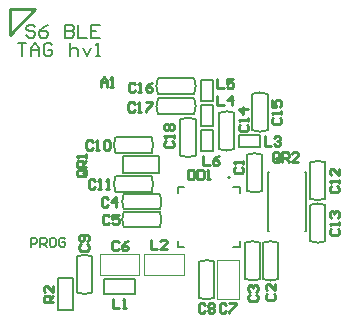
<source format=gto>
G04*
G04 #@! TF.GenerationSoftware,Altium Limited,Altium Designer,18.1.7 (191)*
G04*
G04 Layer_Color=65535*
%FSLAX24Y24*%
%MOIN*%
G70*
G01*
G75*
%ADD10C,0.0070*%
%ADD11C,0.0079*%
%ADD12C,0.0100*%
%ADD13C,0.0039*%
D10*
X58799Y18413D02*
G03*
X59310Y18412I256J608D01*
G01*
Y19620D02*
G03*
X58799Y19620I-255J-609D01*
G01*
X55236Y19796D02*
G03*
X54726Y19796I-256J-608D01*
G01*
Y18589D02*
G03*
X55236Y18589I255J609D01*
G01*
X61437Y20249D02*
G03*
X60926Y20249I-256J-608D01*
G01*
Y19041D02*
G03*
X61437Y19042I255J609D01*
G01*
X62501Y20302D02*
G03*
X63012Y20302I256J608D01*
G01*
Y21510D02*
G03*
X62501Y21509I-255J-609D01*
G01*
X63012Y22926D02*
G03*
X62501Y22926I-256J-608D01*
G01*
Y21719D02*
G03*
X63012Y21719I255J609D01*
G01*
X60335Y19043D02*
G03*
X60845Y19042I256J608D01*
G01*
Y20250D02*
G03*
X60335Y20249I-255J-609D01*
G01*
X57493Y20768D02*
G03*
X57493Y21278I-608J256D01*
G01*
X56286D02*
G03*
X56286Y20768I609J-255D01*
G01*
X56287Y21870D02*
G03*
X56286Y21359I608J-256D01*
G01*
X57494D02*
G03*
X57494Y21870I-609J255D01*
G01*
X60394Y21976D02*
G03*
X60904Y21975I256J608D01*
G01*
Y23183D02*
G03*
X60394Y23183I-255J-609D01*
G01*
X57217Y21949D02*
G03*
X57218Y22459I-608J256D01*
G01*
X56010D02*
G03*
X56010Y21949I609J-255D01*
G01*
X57217Y23248D02*
G03*
X57218Y23759I-608J256D01*
G01*
X56010D02*
G03*
X56010Y23248I609J-255D01*
G01*
X61083Y25209D02*
G03*
X60572Y25210I-256J-608D01*
G01*
Y24002D02*
G03*
X61083Y24003I255J609D01*
G01*
X58169Y23157D02*
G03*
X58680Y23156I256J608D01*
G01*
Y24364D02*
G03*
X58169Y24364I-255J-609D01*
G01*
X59469Y23373D02*
G03*
X59979Y23373I256J608D01*
G01*
Y24581D02*
G03*
X59469Y24580I-255J-609D01*
G01*
X58635Y24547D02*
G03*
X58635Y25058I-608J256D01*
G01*
X57427D02*
G03*
X57428Y24547I609J-255D01*
G01*
X58635Y25217D02*
G03*
X58635Y25727I-608J256D01*
G01*
X57427D02*
G03*
X57428Y25217I609J-255D01*
G01*
X55630Y18524D02*
Y19035D01*
X56673Y18524D02*
Y19035D01*
X55630Y18524D02*
X56673D01*
X55630Y19035D02*
X56673D01*
X59310Y18416D02*
Y19616D01*
X58799Y18415D02*
Y19616D01*
X54725Y18593D02*
Y19793D01*
X55236Y18593D02*
Y19793D01*
X54606Y18022D02*
Y19065D01*
X54094Y18022D02*
Y19065D01*
Y18022D02*
X54606D01*
X54094Y19065D02*
X54606D01*
X60926Y19045D02*
Y20245D01*
X61437Y19045D02*
Y20246D01*
X63012Y20306D02*
Y21506D01*
X62501Y20305D02*
Y21506D01*
Y21722D02*
Y22922D01*
X63012Y21722D02*
Y22923D01*
X60846Y19046D02*
Y20246D01*
X60335Y19045D02*
Y20246D01*
X56289Y21279D02*
X57489D01*
X56289Y20768D02*
X57490D01*
X56290Y21359D02*
X57490D01*
X56289Y21870D02*
X57490D01*
X60905Y21979D02*
Y23179D01*
X60394Y21978D02*
Y23179D01*
X56014Y22460D02*
X57214D01*
X56014Y21949D02*
X57215D01*
X56014Y23759D02*
X57214D01*
X56014Y23248D02*
X57215D01*
X60572Y24006D02*
Y25206D01*
X61083Y24006D02*
Y25207D01*
X58680Y23160D02*
Y24360D01*
X58169Y23159D02*
Y24360D01*
X59979Y23377D02*
Y24577D01*
X59468Y23376D02*
Y24577D01*
X57431Y25058D02*
X58631D01*
X57431Y24547D02*
X58632D01*
X57431Y25727D02*
X58631D01*
X57431Y25217D02*
X58632D01*
D11*
X59843Y22421D02*
G03*
X59843Y22421I-39J0D01*
G01*
X61102Y20630D02*
X61142D01*
X61102D02*
Y22598D01*
X61142D01*
X62323Y20630D02*
X62362D01*
Y22598D01*
X62323D02*
X62362D01*
X57470Y22579D02*
Y23130D01*
X56250Y22579D02*
Y23130D01*
X57470D01*
X56250Y22579D02*
X57470D01*
X58858Y24016D02*
X59252D01*
Y23307D02*
Y24016D01*
X59055Y23307D02*
X59252D01*
X58858D02*
X59055D01*
X58858D02*
Y24016D01*
X58091Y21919D02*
Y22106D01*
X58307D01*
X59921D02*
X60148D01*
Y22096D02*
Y22106D01*
Y21919D02*
Y22096D01*
X58091Y20108D02*
Y20305D01*
Y20108D02*
X58307D01*
X59921D02*
X60148D01*
Y20305D01*
X60128Y23445D02*
Y23839D01*
X60837D01*
Y23642D02*
Y23839D01*
Y23445D02*
Y23642D01*
X60128Y23445D02*
X60837D01*
X58858Y25669D02*
X59252D01*
Y24961D02*
Y25669D01*
X59055Y24961D02*
X59252D01*
X58858D02*
X59055D01*
X58858D02*
Y25669D01*
Y24852D02*
X59252D01*
Y24144D02*
Y24852D01*
X59055Y24144D02*
X59252D01*
X58858D02*
X59055D01*
X58858D02*
Y24852D01*
X53189Y20108D02*
Y20423D01*
X53346D01*
X53399Y20371D01*
Y20266D01*
X53346Y20213D01*
X53189D01*
X53504Y20108D02*
Y20423D01*
X53661D01*
X53714Y20371D01*
Y20266D01*
X53661Y20213D01*
X53504D01*
X53609D02*
X53714Y20108D01*
X53976Y20423D02*
X53871D01*
X53819Y20371D01*
Y20161D01*
X53871Y20108D01*
X53976D01*
X54029Y20161D01*
Y20371D01*
X53976Y20423D01*
X54343Y20371D02*
X54291Y20423D01*
X54186D01*
X54134Y20371D01*
Y20161D01*
X54186Y20108D01*
X54291D01*
X54343Y20161D01*
Y20266D01*
X54239D01*
X52753Y26899D02*
X53041D01*
X52897D01*
Y26467D01*
X53186D02*
Y26755D01*
X53330Y26899D01*
X53474Y26755D01*
Y26467D01*
Y26683D01*
X53186D01*
X53907Y26827D02*
X53835Y26899D01*
X53691D01*
X53619Y26827D01*
Y26539D01*
X53691Y26467D01*
X53835D01*
X53907Y26539D01*
Y26683D01*
X53763D01*
X54484Y26899D02*
Y26467D01*
Y26683D01*
X54557Y26755D01*
X54701D01*
X54773Y26683D01*
Y26467D01*
X54917Y26755D02*
X55062Y26467D01*
X55206Y26755D01*
X55350Y26467D02*
X55495D01*
X55422D01*
Y26899D01*
X55350Y26827D01*
X53330Y27447D02*
X53258Y27520D01*
X53113D01*
X53041Y27447D01*
Y27375D01*
X53113Y27303D01*
X53258D01*
X53330Y27231D01*
Y27159D01*
X53258Y27087D01*
X53113D01*
X53041Y27159D01*
X53763Y27520D02*
X53619Y27447D01*
X53474Y27303D01*
Y27159D01*
X53546Y27087D01*
X53691D01*
X53763Y27159D01*
Y27231D01*
X53691Y27303D01*
X53474D01*
X54340Y27520D02*
Y27087D01*
X54557D01*
X54629Y27159D01*
Y27231D01*
X54557Y27303D01*
X54340D01*
X54557D01*
X54629Y27375D01*
Y27447D01*
X54557Y27520D01*
X54340D01*
X54773D02*
Y27087D01*
X55062D01*
X55495Y27520D02*
X55206D01*
Y27087D01*
X55495D01*
X55206Y27303D02*
X55350D01*
D12*
X52490Y28031D02*
X53346D01*
X52490Y27175D02*
X53346Y28031D01*
X52490Y27175D02*
Y28031D01*
X53937Y18278D02*
X53622D01*
Y18435D01*
X53675Y18487D01*
X53780D01*
X53832Y18435D01*
Y18278D01*
Y18383D02*
X53937Y18487D01*
Y18802D02*
Y18592D01*
X53727Y18802D01*
X53675D01*
X53622Y18750D01*
Y18645D01*
X53675Y18592D01*
X61470Y23005D02*
Y23215D01*
X61417Y23268D01*
X61312D01*
X61260Y23215D01*
Y23005D01*
X61312Y22953D01*
X61417D01*
X61365Y23058D02*
X61470Y22953D01*
X61417D02*
X61470Y23005D01*
X61575Y22953D02*
Y23268D01*
X61732D01*
X61785Y23215D01*
Y23110D01*
X61732Y23058D01*
X61575D01*
X61680D02*
X61785Y22953D01*
X62099D02*
X61890D01*
X62099Y23163D01*
Y23215D01*
X62047Y23268D01*
X61942D01*
X61890Y23215D01*
X54987Y22669D02*
X54777D01*
X54725Y22617D01*
Y22512D01*
X54777Y22459D01*
X54987D01*
X55039Y22512D01*
Y22617D01*
X54934Y22564D02*
X55039Y22669D01*
Y22617D02*
X54987Y22669D01*
X55039Y22774D02*
X54725D01*
Y22932D01*
X54777Y22984D01*
X54882D01*
X54934Y22932D01*
Y22774D01*
Y22879D02*
X55039Y22984D01*
Y23089D02*
Y23194D01*
Y23142D01*
X54725D01*
X54777Y23089D01*
X58937Y23149D02*
Y22835D01*
X59147D01*
X59462Y23149D02*
X59357Y23097D01*
X59252Y22992D01*
Y22887D01*
X59304Y22835D01*
X59409D01*
X59462Y22887D01*
Y22940D01*
X59409Y22992D01*
X59252D01*
X59409Y25709D02*
Y25394D01*
X59619D01*
X59934Y25709D02*
X59724D01*
Y25551D01*
X59829Y25604D01*
X59882D01*
X59934Y25551D01*
Y25446D01*
X59882Y25394D01*
X59777D01*
X59724Y25446D01*
X59409Y25157D02*
Y24843D01*
X59619D01*
X59882D02*
Y25157D01*
X59724Y25000D01*
X59934D01*
X60984Y23799D02*
Y23484D01*
X61194D01*
X61299Y23747D02*
X61352Y23799D01*
X61457D01*
X61509Y23747D01*
Y23694D01*
X61457Y23642D01*
X61404D01*
X61457D01*
X61509Y23589D01*
Y23537D01*
X61457Y23484D01*
X61352D01*
X61299Y23537D01*
X57195Y20354D02*
Y20039D01*
X57405D01*
X57720D02*
X57510D01*
X57720Y20249D01*
Y20302D01*
X57667Y20354D01*
X57562D01*
X57510Y20302D01*
X55935Y18386D02*
Y18071D01*
X56145D01*
X56250D02*
X56355D01*
X56303D01*
Y18386D01*
X56250Y18333D01*
X58425Y22677D02*
Y22362D01*
X58583D01*
X58635Y22415D01*
Y22625D01*
X58583Y22677D01*
X58425D01*
X58740D02*
Y22362D01*
X58897D01*
X58950Y22415D01*
Y22625D01*
X58897Y22677D01*
X58740D01*
X59055Y22362D02*
X59160D01*
X59107D01*
Y22677D01*
X59055Y22625D01*
X57690Y23635D02*
X57638Y23583D01*
Y23478D01*
X57690Y23425D01*
X57900D01*
X57953Y23478D01*
Y23583D01*
X57900Y23635D01*
X57953Y23740D02*
Y23845D01*
Y23793D01*
X57638D01*
X57690Y23740D01*
Y24002D02*
X57638Y24055D01*
Y24160D01*
X57690Y24212D01*
X57743D01*
X57795Y24160D01*
X57848Y24212D01*
X57900D01*
X57953Y24160D01*
Y24055D01*
X57900Y24002D01*
X57848D01*
X57795Y24055D01*
X57743Y24002D01*
X57690D01*
X57795Y24055D02*
Y24160D01*
X56647Y24879D02*
X56594Y24931D01*
X56489D01*
X56437Y24879D01*
Y24669D01*
X56489Y24616D01*
X56594D01*
X56647Y24669D01*
X56752Y24616D02*
X56857D01*
X56804D01*
Y24931D01*
X56752Y24879D01*
X57014Y24931D02*
X57224D01*
Y24879D01*
X57014Y24669D01*
Y24616D01*
X56667Y25538D02*
X56614Y25590D01*
X56509D01*
X56457Y25538D01*
Y25328D01*
X56509Y25276D01*
X56614D01*
X56667Y25328D01*
X56772Y25276D02*
X56877D01*
X56824D01*
Y25590D01*
X56772Y25538D01*
X57244Y25590D02*
X57139Y25538D01*
X57034Y25433D01*
Y25328D01*
X57086Y25276D01*
X57191D01*
X57244Y25328D01*
Y25381D01*
X57191Y25433D01*
X57034D01*
X61273Y24423D02*
X61221Y24370D01*
Y24265D01*
X61273Y24213D01*
X61483D01*
X61535Y24265D01*
Y24370D01*
X61483Y24423D01*
X61535Y24527D02*
Y24632D01*
Y24580D01*
X61221D01*
X61273Y24527D01*
X61221Y25000D02*
Y24790D01*
X61378D01*
X61326Y24895D01*
Y24947D01*
X61378Y25000D01*
X61483D01*
X61535Y24947D01*
Y24842D01*
X61483Y24790D01*
X60171Y24186D02*
X60118Y24134D01*
Y24029D01*
X60171Y23976D01*
X60381D01*
X60433Y24029D01*
Y24134D01*
X60381Y24186D01*
X60433Y24291D02*
Y24396D01*
Y24344D01*
X60118D01*
X60171Y24291D01*
X60433Y24711D02*
X60118D01*
X60276Y24554D01*
Y24764D01*
X63203Y20722D02*
X63151Y20669D01*
Y20564D01*
X63203Y20512D01*
X63413D01*
X63465Y20564D01*
Y20669D01*
X63413Y20722D01*
X63465Y20827D02*
Y20932D01*
Y20879D01*
X63151D01*
X63203Y20827D01*
Y21089D02*
X63151Y21142D01*
Y21246D01*
X63203Y21299D01*
X63256D01*
X63308Y21246D01*
Y21194D01*
Y21246D01*
X63361Y21299D01*
X63413D01*
X63465Y21246D01*
Y21142D01*
X63413Y21089D01*
X63202Y22139D02*
X63150Y22087D01*
Y21982D01*
X63202Y21929D01*
X63412D01*
X63465Y21982D01*
Y22087D01*
X63412Y22139D01*
X63465Y22244D02*
Y22349D01*
Y22296D01*
X63150D01*
X63202Y22244D01*
X63465Y22716D02*
Y22506D01*
X63255Y22716D01*
X63202D01*
X63150Y22664D01*
Y22559D01*
X63202Y22506D01*
X55328Y22310D02*
X55276Y22362D01*
X55171D01*
X55118Y22310D01*
Y22100D01*
X55171Y22047D01*
X55276D01*
X55328Y22100D01*
X55433Y22047D02*
X55538D01*
X55485D01*
Y22362D01*
X55433Y22310D01*
X55695Y22047D02*
X55800D01*
X55748D01*
Y22362D01*
X55695Y22310D01*
X55249Y23609D02*
X55197Y23661D01*
X55092D01*
X55039Y23609D01*
Y23399D01*
X55092Y23346D01*
X55197D01*
X55249Y23399D01*
X55354Y23346D02*
X55459D01*
X55407D01*
Y23661D01*
X55354Y23609D01*
X55617D02*
X55669Y23661D01*
X55774D01*
X55827Y23609D01*
Y23399D01*
X55774Y23346D01*
X55669D01*
X55617Y23399D01*
Y23609D01*
X54856Y20200D02*
X54803Y20148D01*
Y20043D01*
X54856Y19990D01*
X55066D01*
X55118Y20043D01*
Y20148D01*
X55066Y20200D01*
Y20305D02*
X55118Y20357D01*
Y20462D01*
X55066Y20515D01*
X54856D01*
X54803Y20462D01*
Y20357D01*
X54856Y20305D01*
X54908D01*
X54961Y20357D01*
Y20515D01*
X58989Y18176D02*
X58937Y18228D01*
X58832D01*
X58780Y18176D01*
Y17966D01*
X58832Y17913D01*
X58937D01*
X58989Y17966D01*
X59094Y18176D02*
X59147Y18228D01*
X59252D01*
X59304Y18176D01*
Y18123D01*
X59252Y18071D01*
X59304Y18018D01*
Y17966D01*
X59252Y17913D01*
X59147D01*
X59094Y17966D01*
Y18018D01*
X59147Y18071D01*
X59094Y18123D01*
Y18176D01*
X59147Y18071D02*
X59252D01*
X59698Y18176D02*
X59646Y18228D01*
X59541D01*
X59488Y18176D01*
Y17966D01*
X59541Y17913D01*
X59646D01*
X59698Y17966D01*
X59803Y18228D02*
X60013D01*
Y18176D01*
X59803Y17966D01*
Y17913D01*
X56115Y20262D02*
X56063Y20315D01*
X55958D01*
X55906Y20262D01*
Y20052D01*
X55958Y20000D01*
X56063D01*
X56115Y20052D01*
X56430Y20315D02*
X56325Y20262D01*
X56220Y20157D01*
Y20052D01*
X56273Y20000D01*
X56378D01*
X56430Y20052D01*
Y20105D01*
X56378Y20157D01*
X56220D01*
X55800Y21129D02*
X55748Y21181D01*
X55643D01*
X55591Y21129D01*
Y20919D01*
X55643Y20866D01*
X55748D01*
X55800Y20919D01*
X56115Y21181D02*
X55905D01*
Y21024D01*
X56010Y21076D01*
X56063D01*
X56115Y21024D01*
Y20919D01*
X56063Y20866D01*
X55958D01*
X55905Y20919D01*
X55761Y21719D02*
X55709Y21772D01*
X55604D01*
X55551Y21719D01*
Y21509D01*
X55604Y21457D01*
X55709D01*
X55761Y21509D01*
X56023Y21457D02*
Y21772D01*
X55866Y21614D01*
X56076D01*
X60486Y18517D02*
X60433Y18465D01*
Y18360D01*
X60486Y18307D01*
X60696D01*
X60748Y18360D01*
Y18465D01*
X60696Y18517D01*
X60486Y18622D02*
X60433Y18674D01*
Y18779D01*
X60486Y18832D01*
X60538D01*
X60591Y18779D01*
Y18727D01*
Y18779D01*
X60643Y18832D01*
X60696D01*
X60748Y18779D01*
Y18674D01*
X60696Y18622D01*
X61076Y18556D02*
X61024Y18504D01*
Y18399D01*
X61076Y18346D01*
X61286D01*
X61339Y18399D01*
Y18504D01*
X61286Y18556D01*
X61339Y18871D02*
Y18661D01*
X61129Y18871D01*
X61076D01*
X61024Y18819D01*
Y18714D01*
X61076Y18661D01*
X60003Y22769D02*
X59951Y22716D01*
Y22612D01*
X60003Y22559D01*
X60213D01*
X60266Y22612D01*
Y22716D01*
X60213Y22769D01*
X60266Y22874D02*
Y22979D01*
Y22926D01*
X59951D01*
X60003Y22874D01*
X55522Y25443D02*
Y25653D01*
X55627Y25758D01*
X55732Y25653D01*
Y25443D01*
Y25600D01*
X55522D01*
X55837Y25443D02*
X55941D01*
X55889D01*
Y25758D01*
X55837Y25705D01*
D13*
X60118Y18366D02*
Y19665D01*
X59409Y18366D02*
Y19665D01*
X60118D01*
X59409Y18366D02*
X60118D01*
X55492Y19173D02*
X56791D01*
X55492Y19882D02*
X56791D01*
Y19173D02*
Y19882D01*
X55492Y19173D02*
Y19882D01*
X56970Y19177D02*
X58285D01*
X56970Y19878D02*
X58285D01*
X56970Y19177D02*
Y19878D01*
X58285Y19177D02*
Y19878D01*
M02*

</source>
